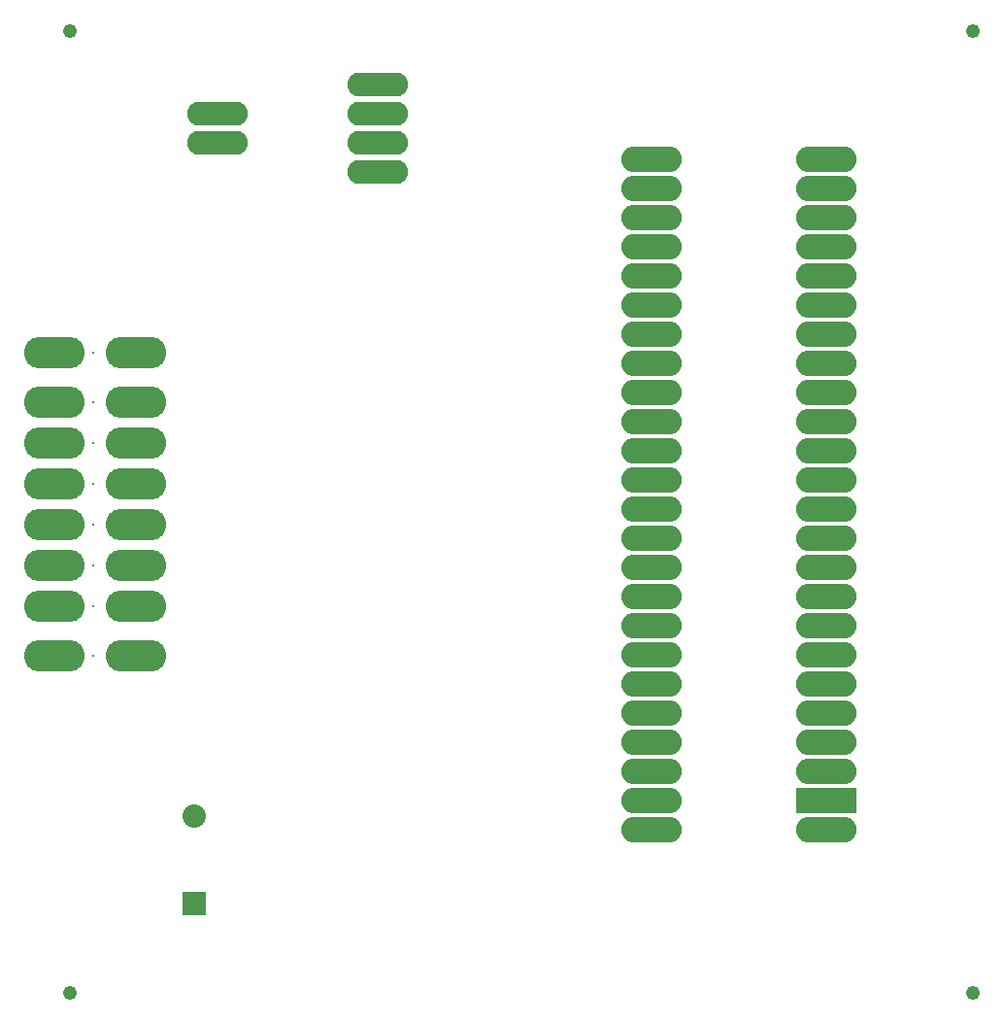
<source format=gbr>
%TF.GenerationSoftware,Altium Limited,Altium Designer,24.4.1 (13)*%
G04 Layer_Color=16711935*
%FSLAX45Y45*%
%MOMM*%
%TF.SameCoordinates,D1C9AD75-6FC3-430C-8E8E-54DC3705F24A*%
%TF.FilePolarity,Negative*%
%TF.FileFunction,Soldermask,Bot*%
%TF.Part,Single*%
G01*
G75*
%TA.AperFunction,ComponentPad*%
%ADD14C,2.03200*%
%ADD15R,2.03200X2.03200*%
%ADD22C,0.20320*%
%TA.AperFunction,ViaPad*%
%ADD23C,1.21920*%
%TA.AperFunction,ComponentPad*%
%ADD25O,5.28320X2.74320*%
%ADD26O,5.28320X2.10820*%
%ADD27O,5.28320X2.23520*%
%ADD28R,5.28320X2.23520*%
D14*
X4381500Y4841200D02*
D03*
D15*
Y4074200D02*
D03*
D22*
X3505200Y6235700D02*
D03*
Y6667500D02*
D03*
Y7023100D02*
D03*
Y7378700D02*
D03*
Y7734300D02*
D03*
Y8089900D02*
D03*
Y8445500D02*
D03*
Y8877300D02*
D03*
D23*
X3302000Y3302000D02*
D03*
X11176000D02*
D03*
Y11684000D02*
D03*
X3302000D02*
D03*
D25*
X3162300Y7734300D02*
D03*
Y8089900D02*
D03*
Y8445500D02*
D03*
Y8877300D02*
D03*
X3873500D02*
D03*
Y8445500D02*
D03*
Y8089900D02*
D03*
Y7734300D02*
D03*
X3162300Y6235700D02*
D03*
Y6667500D02*
D03*
X3873500Y7378700D02*
D03*
Y7023100D02*
D03*
Y6667500D02*
D03*
Y6235700D02*
D03*
X3162300Y7378700D02*
D03*
Y7023100D02*
D03*
D26*
X4584700Y10960100D02*
D03*
Y10706100D02*
D03*
X5981700Y10452100D02*
D03*
Y10706100D02*
D03*
Y10960100D02*
D03*
Y11214100D02*
D03*
D27*
X9893300Y10566400D02*
D03*
Y10312400D02*
D03*
Y10058400D02*
D03*
Y9804400D02*
D03*
Y9550400D02*
D03*
Y9296400D02*
D03*
Y9042400D02*
D03*
Y8788400D02*
D03*
Y8534400D02*
D03*
Y4724400D02*
D03*
X8369300Y5486400D02*
D03*
Y5740400D02*
D03*
Y5994400D02*
D03*
Y6248400D02*
D03*
Y6502400D02*
D03*
Y6756400D02*
D03*
Y7010400D02*
D03*
Y7264400D02*
D03*
Y7518400D02*
D03*
Y7772400D02*
D03*
Y8026400D02*
D03*
Y8280400D02*
D03*
Y5232400D02*
D03*
Y4978400D02*
D03*
Y4724400D02*
D03*
Y8534400D02*
D03*
Y8788400D02*
D03*
Y9042400D02*
D03*
Y9296400D02*
D03*
Y9550400D02*
D03*
Y9804400D02*
D03*
Y10058400D02*
D03*
Y10312400D02*
D03*
Y10566400D02*
D03*
X9893300Y8280400D02*
D03*
Y8026400D02*
D03*
Y7772400D02*
D03*
Y7518400D02*
D03*
Y7264400D02*
D03*
Y7010400D02*
D03*
Y6756400D02*
D03*
Y6502400D02*
D03*
Y6248400D02*
D03*
Y5994400D02*
D03*
Y5740400D02*
D03*
Y5486400D02*
D03*
Y5232400D02*
D03*
D28*
Y4978400D02*
D03*
%TF.MD5,a600a0227f94256a0dd078d703dd39ab*%
M02*

</source>
